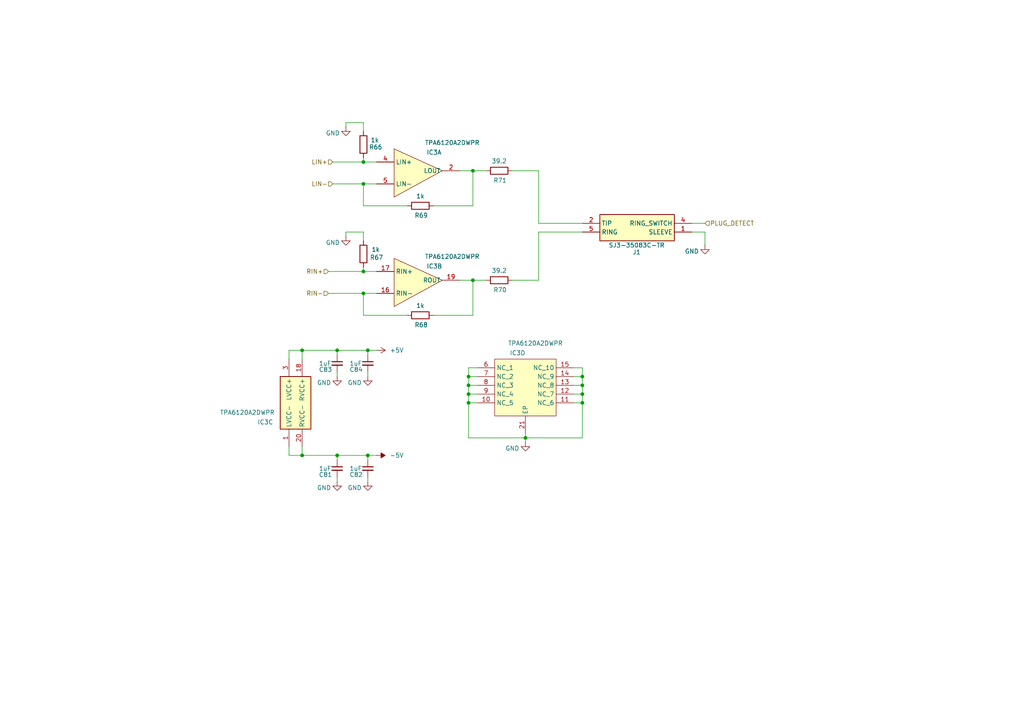
<source format=kicad_sch>
(kicad_sch (version 20250114) (generator "eeschema") (generator_version "9.0")
  (paper "A4")
  (lib_symbols
    (symbol "Device:C_Small" (pin_numbers (hide yes)) (pin_names (offset 0.254) (hide yes))
      (property "Reference" "C" (at 0.254 1.778 0))
      (property "Value" "C_Small" (at 0.254 -2.032 0))
      (symbol "C_Small_0_1"
        (polyline (pts (xy -1.524 0.508) (xy 1.524 0.508)) (stroke (width 0.3048)))
        (polyline (pts (xy -1.524 -0.508) (xy 1.524 -0.508)) (stroke (width 0.3302)))
      )
      (symbol "C_Small_1_1"
        (pin passive line (at 0 2.54 270) (length 2.032) (name "~") (number "1"))
        (pin passive line (at 0 -2.54 90) (length 2.032) (name "~") (number "2"))
      )
    )
    (symbol "Device:R" (pin_numbers (hide yes)) (pin_names (offset 0))
      (property "Reference" "R" (at 2.032 0 90))
      (property "Value" "R" (at 0 0 90))
      (symbol "R_0_1"
        (rectangle (start -1.016 -2.54) (end 1.016 2.54) (stroke (width 0.254)))
      )
      (symbol "R_1_1"
        (pin passive line (at 0 3.81 270) (length 1.27) (name "~") (number "1"))
        (pin passive line (at 0 -3.81 90) (length 1.27) (name "~") (number "2"))
      )
    )
    (symbol "SJ3-35083C-TR_1"
      (property "Reference" "J1" (at 15.748 -8.382 0))
      (property "Value" "SJ3-35083C-TR" (at 15.748 -6.35 0))
      (symbol "SJ3-35083C-TR_1_1_1"
        (rectangle (start 5.08 2.54) (end 26.67 -5.08) (stroke (width 0.254)) (fill (type background)))
        (pin passive line (at 0 0 0) (length 5.08) (name "TIP") (number "2"))
        (pin passive line (at 0 -2.54 0) (length 5.08) (name "RING") (number "5"))
        (pin passive line (at 31.75 0 180) (length 5.08) (name "RING_SWITCH") (number "4"))
        (pin passive line (at 31.75 -2.54 180) (length 5.08) (name "SLEEVE") (number "1"))
      )
    )
    (symbol "TPA6120A2DWPR:TPA6120A2DWPR_1"
      (property "Reference" "IC3" (at 57.658 -33.274 0))
      (property "Value" "TPA6120A2DWPR" (at 57.15 -30.48 0))
      (symbol "TPA6120A2DWPR_1_1_1"
        (polyline (pts (xy 45.72 -7.62) (xy 45.72 -21.59) (xy 59.69 -13.97) (xy 45.72 -7.62)) (fill (type background)))
        (pin passive line (at 40.64 -11.43 0) (length 5.08) (name "LIN+") (number "4"))
        (pin passive line (at 40.64 -17.78 0) (length 5.08) (name "LIN-") (number "5"))
        (pin passive line (at 64.77 -13.97 180) (length 5.08) (name "LOUT") (number "2"))
      )
      (symbol "TPA6120A2DWPR_1_2_1"
        (polyline (pts (xy 41.91 -17.78) (xy 41.91 -31.75) (xy 55.88 -24.13) (xy 41.91 -17.78)) (fill (type background)))
        (pin passive line (at 36.83 -21.59 0) (length 5.08) (name "RIN+") (number "17"))
        (pin passive line (at 36.83 -27.94 0) (length 5.08) (name "RIN-") (number "16"))
        (pin passive line (at 60.96 -24.13 180) (length 5.08) (name "ROUT") (number "19"))
      )
      (symbol "TPA6120A2DWPR_1_3_1"
        (rectangle (start 38.1 -13.97) (end 46.99 -29.21) (stroke (width 0.254)) (fill (type background)))
        (pin passive line (at 40.64 -8.89 270) (length 5.08) (name "LVCC+") (number "3"))
        (pin passive line (at 40.64 -34.29 90) (length 5.08) (name "LVCC-") (number "1"))
        (pin passive line (at 44.45 -8.89 270) (length 5.08) (name "RVCC+") (number "18"))
        (pin passive line (at 44.45 -34.29 90) (length 5.08) (name "RVCC-") (number "20"))
      )
      (symbol "TPA6120A2DWPR_1_4_1"
        (rectangle (start 38.1 -15.24) (end 55.88 -31.75) (fill (type background)))
        (pin passive line (at 33.02 -17.78 0) (length 5.08) (name "NC_1") (number "6"))
        (pin passive line (at 33.02 -20.32 0) (length 5.08) (name "NC_2") (number "7"))
        (pin passive line (at 33.02 -22.86 0) (length 5.08) (name "NC_3") (number "8"))
        (pin passive line (at 33.02 -25.4 0) (length 5.08) (name "NC_4") (number "9"))
        (pin passive line (at 33.02 -27.94 0) (length 5.08) (name "NC_5") (number "10"))
        (pin passive line (at 46.99 -36.83 90) (length 5.08) (name "EP") (number "21"))
        (pin passive line (at 60.96 -17.78 180) (length 5.08) (name "NC_10") (number "15"))
        (pin passive line (at 60.96 -20.32 180) (length 5.08) (name "NC_9") (number "14"))
        (pin passive line (at 60.96 -22.86 180) (length 5.08) (name "NC_8") (number "13"))
        (pin passive line (at 60.96 -25.4 180) (length 5.08) (name "NC_7") (number "12"))
        (pin passive line (at 60.96 -27.94 180) (length 5.08) (name "NC_6") (number "11"))
      )
    )
    (symbol "TPA6120A2DWPR_1_1"
      (property "Reference" "IC3" (at 57.658 -33.274 0))
      (property "Value" "TPA6120A2DWPR" (at 57.15 -30.48 0))
      (symbol "TPA6120A2DWPR_1_1_1_1"
        (polyline (pts (xy 45.72 -7.62) (xy 45.72 -21.59) (xy 59.69 -13.97) (xy 45.72 -7.62)) (fill (type background)))
        (pin passive line (at 40.64 -11.43 0) (length 5.08) (name "LIN+") (number "4"))
        (pin passive line (at 40.64 -17.78 0) (length 5.08) (name "LIN-") (number "5"))
        (pin passive line (at 64.77 -13.97 180) (length 5.08) (name "LOUT") (number "2"))
      )
      (symbol "TPA6120A2DWPR_1_1_2_1"
        (polyline (pts (xy 41.91 -17.78) (xy 41.91 -31.75) (xy 55.88 -24.13) (xy 41.91 -17.78)) (fill (type background)))
        (pin passive line (at 36.83 -21.59 0) (length 5.08) (name "RIN+") (number "17"))
        (pin passive line (at 36.83 -27.94 0) (length 5.08) (name "RIN-") (number "16"))
        (pin passive line (at 60.96 -24.13 180) (length 5.08) (name "ROUT") (number "19"))
      )
      (symbol "TPA6120A2DWPR_1_1_3_1"
        (rectangle (start 38.1 -13.97) (end 46.99 -29.21) (stroke (width 0.254)) (fill (type background)))
        (pin passive line (at 40.64 -8.89 270) (length 5.08) (name "LVCC+") (number "3"))
        (pin passive line (at 40.64 -34.29 90) (length 5.08) (name "LVCC-") (number "1"))
        (pin passive line (at 44.45 -8.89 270) (length 5.08) (name "RVCC+") (number "18"))
        (pin passive line (at 44.45 -34.29 90) (length 5.08) (name "RVCC-") (number "20"))
      )
      (symbol "TPA6120A2DWPR_1_1_4_1"
        (rectangle (start 38.1 -15.24) (end 55.88 -31.75) (fill (type background)))
        (pin passive line (at 33.02 -17.78 0) (length 5.08) (name "NC_1") (number "6"))
        (pin passive line (at 33.02 -20.32 0) (length 5.08) (name "NC_2") (number "7"))
        (pin passive line (at 33.02 -22.86 0) (length 5.08) (name "NC_3") (number "8"))
        (pin passive line (at 33.02 -25.4 0) (length 5.08) (name "NC_4") (number "9"))
        (pin passive line (at 33.02 -27.94 0) (length 5.08) (name "NC_5") (number "10"))
        (pin passive line (at 46.99 -36.83 90) (length 5.08) (name "EP") (number "21"))
        (pin passive line (at 60.96 -17.78 180) (length 5.08) (name "NC_10") (number "15"))
        (pin passive line (at 60.96 -20.32 180) (length 5.08) (name "NC_9") (number "14"))
        (pin passive line (at 60.96 -22.86 180) (length 5.08) (name "NC_8") (number "13"))
        (pin passive line (at 60.96 -25.4 180) (length 5.08) (name "NC_7") (number "12"))
        (pin passive line (at 60.96 -27.94 180) (length 5.08) (name "NC_6") (number "11"))
      )
    )
    (symbol "TPA6120A2DWPR_1_2"
      (property "Reference" "IC3" (at 57.658 -33.274 0))
      (property "Value" "TPA6120A2DWPR" (at 57.15 -30.48 0))
      (symbol "TPA6120A2DWPR_1_2_1_1"
        (polyline (pts (xy 45.72 -7.62) (xy 45.72 -21.59) (xy 59.69 -13.97) (xy 45.72 -7.62)) (fill (type background)))
        (pin passive line (at 40.64 -11.43 0) (length 5.08) (name "LIN+") (number "4"))
        (pin passive line (at 40.64 -17.78 0) (length 5.08) (name "LIN-") (number "5"))
        (pin passive line (at 64.77 -13.97 180) (length 5.08) (name "LOUT") (number "2"))
      )
      (symbol "TPA6120A2DWPR_1_2_2_1"
        (polyline (pts (xy 41.91 -17.78) (xy 41.91 -31.75) (xy 55.88 -24.13) (xy 41.91 -17.78)) (fill (type background)))
        (pin passive line (at 36.83 -21.59 0) (length 5.08) (name "RIN+") (number "17"))
        (pin passive line (at 36.83 -27.94 0) (length 5.08) (name "RIN-") (number "16"))
        (pin passive line (at 60.96 -24.13 180) (length 5.08) (name "ROUT") (number "19"))
      )
      (symbol "TPA6120A2DWPR_1_2_3_1"
        (rectangle (start 38.1 -13.97) (end 46.99 -29.21) (stroke (width 0.254)) (fill (type background)))
        (pin passive line (at 40.64 -8.89 270) (length 5.08) (name "LVCC+") (number "3"))
        (pin passive line (at 40.64 -34.29 90) (length 5.08) (name "LVCC-") (number "1"))
        (pin passive line (at 44.45 -8.89 270) (length 5.08) (name "RVCC+") (number "18"))
        (pin passive line (at 44.45 -34.29 90) (length 5.08) (name "RVCC-") (number "20"))
      )
      (symbol "TPA6120A2DWPR_1_2_4_1"
        (rectangle (start 38.1 -15.24) (end 55.88 -31.75) (fill (type background)))
        (pin passive line (at 33.02 -17.78 0) (length 5.08) (name "NC_1") (number "6"))
        (pin passive line (at 33.02 -20.32 0) (length 5.08) (name "NC_2") (number "7"))
        (pin passive line (at 33.02 -22.86 0) (length 5.08) (name "NC_3") (number "8"))
        (pin passive line (at 33.02 -25.4 0) (length 5.08) (name "NC_4") (number "9"))
        (pin passive line (at 33.02 -27.94 0) (length 5.08) (name "NC_5") (number "10"))
        (pin passive line (at 46.99 -36.83 90) (length 5.08) (name "EP") (number "21"))
        (pin passive line (at 60.96 -17.78 180) (length 5.08) (name "NC_10") (number "15"))
        (pin passive line (at 60.96 -20.32 180) (length 5.08) (name "NC_9") (number "14"))
        (pin passive line (at 60.96 -22.86 180) (length 5.08) (name "NC_8") (number "13"))
        (pin passive line (at 60.96 -25.4 180) (length 5.08) (name "NC_7") (number "12"))
        (pin passive line (at 60.96 -27.94 180) (length 5.08) (name "NC_6") (number "11"))
      )
    )
    (symbol "TPA6120A2DWPR_1_3"
      (property "Reference" "IC3" (at 57.658 -33.274 0))
      (property "Value" "TPA6120A2DWPR" (at 57.15 -30.48 0))
      (symbol "TPA6120A2DWPR_1_3_1_1"
        (polyline (pts (xy 45.72 -7.62) (xy 45.72 -21.59) (xy 59.69 -13.97) (xy 45.72 -7.62)) (fill (type background)))
        (pin passive line (at 40.64 -11.43 0) (length 5.08) (name "LIN+") (number "4"))
        (pin passive line (at 40.64 -17.78 0) (length 5.08) (name "LIN-") (number "5"))
        (pin passive line (at 64.77 -13.97 180) (length 5.08) (name "LOUT") (number "2"))
      )
      (symbol "TPA6120A2DWPR_1_3_2_1"
        (polyline (pts (xy 41.91 -17.78) (xy 41.91 -31.75) (xy 55.88 -24.13) (xy 41.91 -17.78)) (fill (type background)))
        (pin passive line (at 36.83 -21.59 0) (length 5.08) (name "RIN+") (number "17"))
        (pin passive line (at 36.83 -27.94 0) (length 5.08) (name "RIN-") (number "16"))
        (pin passive line (at 60.96 -24.13 180) (length 5.08) (name "ROUT") (number "19"))
      )
      (symbol "TPA6120A2DWPR_1_3_3_1"
        (rectangle (start 38.1 -13.97) (end 46.99 -29.21) (stroke (width 0.254)) (fill (type background)))
        (pin passive line (at 40.64 -8.89 270) (length 5.08) (name "LVCC+") (number "3"))
        (pin passive line (at 40.64 -34.29 90) (length 5.08) (name "LVCC-") (number "1"))
        (pin passive line (at 44.45 -8.89 270) (length 5.08) (name "RVCC+") (number "18"))
        (pin passive line (at 44.45 -34.29 90) (length 5.08) (name "RVCC-") (number "20"))
      )
      (symbol "TPA6120A2DWPR_1_3_4_1"
        (rectangle (start 38.1 -15.24) (end 55.88 -31.75) (fill (type background)))
        (pin passive line (at 33.02 -17.78 0) (length 5.08) (name "NC_1") (number "6"))
        (pin passive line (at 33.02 -20.32 0) (length 5.08) (name "NC_2") (number "7"))
        (pin passive line (at 33.02 -22.86 0) (length 5.08) (name "NC_3") (number "8"))
        (pin passive line (at 33.02 -25.4 0) (length 5.08) (name "NC_4") (number "9"))
        (pin passive line (at 33.02 -27.94 0) (length 5.08) (name "NC_5") (number "10"))
        (pin passive line (at 46.99 -36.83 90) (length 5.08) (name "EP") (number "21"))
        (pin passive line (at 60.96 -17.78 180) (length 5.08) (name "NC_10") (number "15"))
        (pin passive line (at 60.96 -20.32 180) (length 5.08) (name "NC_9") (number "14"))
        (pin passive line (at 60.96 -22.86 180) (length 5.08) (name "NC_8") (number "13"))
        (pin passive line (at 60.96 -25.4 180) (length 5.08) (name "NC_7") (number "12"))
        (pin passive line (at 60.96 -27.94 180) (length 5.08) (name "NC_6") (number "11"))
      )
    )
    (symbol "power:+5V" (power) (pin_numbers (hide yes)) (pin_names (offset 0) (hide yes))
      (property "Value" "+5V" (at 0 3.556 0))
      (symbol "+5V_0_1"
        (polyline (pts (xy -0.762 1.27) (xy 0 2.54)))
        (polyline (pts (xy 0 2.54) (xy 0.762 1.27)))
        (polyline (pts (xy 0 0) (xy 0 2.54)))
      )
      (symbol "+5V_1_1"
        (pin power_in line (at 0 0 90) (length 0) (name "~") (number "1"))
      )
    )
    (symbol "power:-5V" (power) (pin_numbers (hide yes)) (pin_names (offset 0) (hide yes))
      (property "Value" "-5V" (at 0 3.556 0))
      (symbol "-5V_0_0"
        (pin power_in line (at 0 0 90) (length 0) (name "~") (number "1"))
      )
      (symbol "-5V_0_1"
        (polyline (pts (xy 0 0) (xy 0 1.27) (xy 0.762 1.27) (xy 0 2.54) (xy -0.762 1.27) (xy 0 1.27)) (fill (type outline)))
      )
    )
    (symbol "power:GND" (power) (pin_numbers (hide yes)) (pin_names (offset 0) (hide yes))
      (property "Value" "GND" (at 0 -3.81 0))
      (symbol "GND_0_1"
        (polyline (pts (xy 0 0) (xy 0 -1.27) (xy 1.27 -1.27) (xy 0 -2.54) (xy -1.27 -1.27) (xy 0 -1.27)))
      )
      (symbol "GND_1_1"
        (pin power_in line (at 0 0 270) (length 0) (name "~") (number "1"))
      )
    )
  )
  (junction (at 168.91 116.84))
  (junction (at 135.89 116.84))
  (junction (at 168.91 111.76))
  (junction (at 105.41 78.74))
  (junction (at 106.68 132.08))
  (junction (at 105.41 46.99))
  (junction (at 87.63 132.08))
  (junction (at 97.79 101.6))
  (junction (at 135.89 109.22))
  (junction (at 97.79 132.08))
  (junction (at 168.91 114.3))
  (junction (at 135.89 111.76))
  (junction (at 105.41 53.34))
  (junction (at 137.16 49.53))
  (junction (at 105.41 85.09))
  (junction (at 152.4 127))
  (junction (at 135.89 114.3))
  (junction (at 168.91 109.22))
  (junction (at 137.16 81.28))
  (junction (at 87.63 101.6))
  (junction (at 106.68 101.6))
  (wire (pts (xy 83.82 132.08) (xy 87.63 132.08)))
  (wire (pts (xy 133.35 49.53) (xy 137.16 49.53)))
  (wire (pts (xy 96.52 53.34) (xy 105.41 53.34)))
  (wire (pts (xy 97.79 101.6) (xy 97.79 102.87)))
  (wire (pts (xy 135.89 109.22) (xy 138.43 109.22)))
  (wire (pts (xy 135.89 111.76) (xy 135.89 114.3)))
  (wire (pts (xy 105.41 67.31) (xy 100.33 67.31)))
  (wire (pts (xy 97.79 132.08) (xy 106.68 132.08)))
  (wire (pts (xy 106.68 101.6) (xy 106.68 102.87)))
  (wire (pts (xy 166.37 106.68) (xy 168.91 106.68)))
  (wire (pts (xy 105.41 38.1) (xy 105.41 35.56)))
  (wire (pts (xy 156.21 49.53) (xy 156.21 64.77)))
  (wire (pts (xy 106.68 107.95) (xy 106.68 109.22)))
  (wire (pts (xy 105.41 91.44) (xy 105.41 85.09)))
  (wire (pts (xy 125.73 91.44) (xy 137.16 91.44)))
  (wire (pts (xy 168.91 106.68) (xy 168.91 109.22)))
  (wire (pts (xy 105.41 78.74) (xy 109.22 78.74)))
  (wire (pts (xy 97.79 132.08) (xy 97.79 133.35)))
  (wire (pts (xy 138.43 106.68) (xy 135.89 106.68)))
  (wire (pts (xy 105.41 69.85) (xy 105.41 67.31)))
  (wire (pts (xy 168.91 111.76) (xy 168.91 114.3)))
  (wire (pts (xy 156.21 81.28) (xy 156.21 67.31)))
  (wire (pts (xy 152.4 127) (xy 152.4 128.27)))
  (wire (pts (xy 87.63 101.6) (xy 83.82 101.6)))
  (wire (pts (xy 106.68 101.6) (xy 97.79 101.6)))
  (wire (pts (xy 135.89 114.3) (xy 135.89 116.84)))
  (wire (pts (xy 204.47 71.12) (xy 204.47 67.31)))
  (wire (pts (xy 135.89 116.84) (xy 135.89 127)))
  (wire (pts (xy 106.68 138.43) (xy 106.68 139.7)))
  (wire (pts (xy 105.41 77.47) (xy 105.41 78.74)))
  (wire (pts (xy 96.52 46.99) (xy 105.41 46.99)))
  (wire (pts (xy 152.4 127) (xy 152.4 125.73)))
  (wire (pts (xy 137.16 91.44) (xy 137.16 81.28)))
  (wire (pts (xy 168.91 109.22) (xy 168.91 111.76)))
  (wire (pts (xy 148.59 49.53) (xy 156.21 49.53)))
  (wire (pts (xy 100.33 35.56) (xy 100.33 36.83)))
  (wire (pts (xy 83.82 129.54) (xy 83.82 132.08)))
  (wire (pts (xy 156.21 64.77) (xy 168.91 64.77)))
  (wire (pts (xy 156.21 67.31) (xy 168.91 67.31)))
  (wire (pts (xy 106.68 132.08) (xy 106.68 133.35)))
  (wire (pts (xy 109.22 101.6) (xy 106.68 101.6)))
  (wire (pts (xy 137.16 59.69) (xy 137.16 49.53)))
  (wire (pts (xy 105.41 45.72) (xy 105.41 46.99)))
  (wire (pts (xy 168.91 127) (xy 152.4 127)))
  (wire (pts (xy 137.16 81.28) (xy 140.97 81.28)))
  (wire (pts (xy 168.91 114.3) (xy 168.91 116.84)))
  (wire (pts (xy 87.63 132.08) (xy 97.79 132.08)))
  (wire (pts (xy 148.59 81.28) (xy 156.21 81.28)))
  (wire (pts (xy 166.37 114.3) (xy 168.91 114.3)))
  (wire (pts (xy 133.35 81.28) (xy 137.16 81.28)))
  (wire (pts (xy 135.89 109.22) (xy 135.89 111.76)))
  (wire (pts (xy 118.11 59.69) (xy 105.41 59.69)))
  (wire (pts (xy 166.37 111.76) (xy 168.91 111.76)))
  (wire (pts (xy 87.63 132.08) (xy 87.63 129.54)))
  (wire (pts (xy 135.89 127) (xy 152.4 127)))
  (wire (pts (xy 97.79 101.6) (xy 87.63 101.6)))
  (wire (pts (xy 166.37 116.84) (xy 168.91 116.84)))
  (wire (pts (xy 97.79 138.43) (xy 97.79 139.7)))
  (wire (pts (xy 105.41 85.09) (xy 109.22 85.09)))
  (wire (pts (xy 118.11 91.44) (xy 105.41 91.44)))
  (wire (pts (xy 87.63 101.6) (xy 87.63 104.14)))
  (wire (pts (xy 204.47 67.31) (xy 200.66 67.31)))
  (wire (pts (xy 166.37 109.22) (xy 168.91 109.22)))
  (wire (pts (xy 95.25 78.74) (xy 105.41 78.74)))
  (wire (pts (xy 100.33 67.31) (xy 100.33 68.58)))
  (wire (pts (xy 83.82 101.6) (xy 83.82 104.14)))
  (wire (pts (xy 105.41 46.99) (xy 109.22 46.99)))
  (wire (pts (xy 135.89 106.68) (xy 135.89 109.22)))
  (wire (pts (xy 106.68 132.08) (xy 109.22 132.08)))
  (wire (pts (xy 105.41 59.69) (xy 105.41 53.34)))
  (wire (pts (xy 135.89 116.84) (xy 138.43 116.84)))
  (wire (pts (xy 135.89 114.3) (xy 138.43 114.3)))
  (wire (pts (xy 97.79 107.95) (xy 97.79 109.22)))
  (wire (pts (xy 105.41 35.56) (xy 100.33 35.56)))
  (wire (pts (xy 105.41 53.34) (xy 109.22 53.34)))
  (wire (pts (xy 200.66 64.77) (xy 204.47 64.77)))
  (wire (pts (xy 125.73 59.69) (xy 137.16 59.69)))
  (wire (pts (xy 168.91 116.84) (xy 168.91 127)))
  (wire (pts (xy 135.89 111.76) (xy 138.43 111.76)))
  (wire (pts (xy 95.25 85.09) (xy 105.41 85.09)))
  (wire (pts (xy 137.16 49.53) (xy 140.97 49.53)))
  (hierarchical_label "RIN+" (shape input) (at 95.25 78.74 180))
  (hierarchical_label "PLUG_DETECT" (shape input) (at 204.47 64.77 0))
  (hierarchical_label "LIN+" (shape input) (at 96.52 46.99 180))
  (hierarchical_label "LIN-" (shape input) (at 96.52 53.34 180))
  (hierarchical_label "RIN-" (shape input) (at 95.25 85.09 180))
  (symbol (lib_id "power:GND") (at 97.79 139.7 0) (unit 1)
    (property "Reference" "#PWR022" (effects (hide yes)))
    (property "Value" "GND" (at 93.98 141.478 0))
    (property "Description" "Power symbol creates a global label with name \"GND\" , ground" (effects (hide yes)))
  )
  (symbol (lib_id "power:GND") (at 100.33 36.83 0) (unit 1)
    (property "Reference" "#PWR018" (effects (hide yes)))
    (property "Value" "GND" (at 96.52 38.608 0))
    (property "Description" "Power symbol creates a global label with name \"GND\" , ground" (effects (hide yes)))
  )
  (symbol (lib_id "Device:C_Small") (at 97.79 105.41 0) (unit 1)
    (property "Reference" "C83" (at 92.456 107.188 0) (effects (justify left)))
    (property "Value" "1uF" (at 92.456 105.41 0) (effects (justify left)))
    (property "Description" "Unpolarized capacitor, small symbol" (effects (hide yes)))
  )
  (symbol (lib_id "TPA6120A2DWPR:TPA6120A2DWPR_1") (at 43.18 95.25 0) (unit 3)
    (property "Reference" "IC3" (at 74.676 122.428 0) (effects (justify left)))
    (property "Value" "TPA6120A2DWPR" (at 63.754 119.634 0) (effects (justify left)))
    (property "Footprint" "SOIC127P1040X275-21N" (effects (hide yes)))
    (property "Datasheet" "http://www.ti.com/lit/ds/symlink/tpa6120a2.pdf" (effects (hide yes)))
    (property "Description" "Audio Amplifiers High Fidelity Stereo Headphone Drv" (effects (hide yes)))
    (property "Height" "2.75" (effects (hide yes)))
    (property "Mouser Part Number" "595-TPA6120A2DWPR" (effects (hide yes)))
    (property "Mouser Price/Stock" "https://www.mouser.co.uk/ProductDetail/Texas-Instruments/TPA6120A2DWPR?qs=ojKcPFmCWSXiGd7G5JhN2A%3D%3D" (effects (hide yes)))
    (property "Manufacturer_Name" "Texas Instruments" (effects (hide yes)))
    (property "Manufacturer_Part_Number" "TPA6120A2DWPR" (effects (hide yes)))
  )
  (symbol (lib_id "Device:C_Small") (at 97.79 135.89 0) (unit 1)
    (property "Reference" "C81" (at 92.456 137.668 0) (effects (justify left)))
    (property "Value" "1uF" (at 92.456 135.89 0) (effects (justify left)))
    (property "Description" "Unpolarized capacitor, small symbol" (effects (hide yes)))
  )
  (symbol (lib_id "Device:R") (at 144.78 49.53 90) (unit 1)
    (property "Reference" "R71" (at 145.034 52.324 90))
    (property "Value" "39.2" (at 144.78 46.736 90))
    (property "Description" "Resistor" (effects (hide yes)))
  )
  (symbol (lib_id "power:GND") (at 97.79 109.22 0) (unit 1)
    (property "Reference" "#PWR026" (effects (hide yes)))
    (property "Value" "GND" (at 93.98 110.998 0))
    (property "Description" "Power symbol creates a global label with name \"GND\" , ground" (effects (hide yes)))
  )
  (symbol (lib_id "power:-5V") (at 109.22 132.08 270) (unit 1)
    (property "Reference" "#PWR0109" (effects (hide yes)))
    (property "Value" "-5V" (at 113.03 132.0799 90) (effects (justify left)))
    (property "Description" "Power symbol creates a global label with name \"-5V\"" (effects (hide yes)))
  )
  (symbol (lib_id "Device:R") (at 105.41 41.91 0) (unit 1)
    (property "Reference" "R66" (at 108.966 42.672 0))
    (property "Value" "1k" (at 108.712 40.64 0))
    (property "Description" "Resistor" (effects (hide yes)))
  )
  (symbol (lib_name "TPA6120A2DWPR_1_2") (lib_id "TPA6120A2DWPR:TPA6120A2DWPR_1") (at 105.41 88.9 0) (unit 4)
    (property "Reference" "IC3" (at 147.828 102.362 0) (effects (justify left)))
    (property "Value" "TPA6120A2DWPR" (at 147.32 99.568 0) (effects (justify left)))
    (property "Footprint" "SOIC127P1040X275-21N" (effects (hide yes)))
    (property "Datasheet" "http://www.ti.com/lit/ds/symlink/tpa6120a2.pdf" (effects (hide yes)))
    (property "Description" "Audio Amplifiers High Fidelity Stereo Headphone Drv" (effects (hide yes)))
    (property "Height" "2.75" (effects (hide yes)))
    (property "Mouser Part Number" "595-TPA6120A2DWPR" (effects (hide yes)))
    (property "Mouser Price/Stock" "https://www.mouser.co.uk/ProductDetail/Texas-Instruments/TPA6120A2DWPR?qs=ojKcPFmCWSXiGd7G5JhN2A%3D%3D" (effects (hide yes)))
    (property "Manufacturer_Name" "Texas Instruments" (effects (hide yes)))
    (property "Manufacturer_Part_Number" "TPA6120A2DWPR" (effects (hide yes)))
  )
  (symbol (lib_id "Device:R") (at 144.78 81.28 90) (unit 1)
    (property "Reference" "R70" (at 145.034 84.074 90))
    (property "Value" "39.2" (at 144.78 78.486 90))
    (property "Description" "Resistor" (effects (hide yes)))
  )
  (symbol (lib_name "TPA6120A2DWPR_1_1") (lib_id "TPA6120A2DWPR:TPA6120A2DWPR_1") (at 68.58 35.56 0) (unit 1)
    (property "Reference" "IC3" (at 123.698 44.196 0) (effects (justify left)))
    (property "Value" "TPA6120A2DWPR" (at 123.19 41.402 0) (effects (justify left)))
    (property "Footprint" "SOIC127P1040X275-21N" (effects (hide yes)))
    (property "Datasheet" "http://www.ti.com/lit/ds/symlink/tpa6120a2.pdf" (effects (hide yes)))
    (property "Description" "Audio Amplifiers High Fidelity Stereo Headphone Drv" (effects (hide yes)))
    (property "Height" "2.75" (effects (hide yes)))
    (property "Mouser Part Number" "595-TPA6120A2DWPR" (effects (hide yes)))
    (property "Mouser Price/Stock" "https://www.mouser.co.uk/ProductDetail/Texas-Instruments/TPA6120A2DWPR?qs=ojKcPFmCWSXiGd7G5JhN2A%3D%3D" (effects (hide yes)))
    (property "Manufacturer_Name" "Texas Instruments" (effects (hide yes)))
    (property "Manufacturer_Part_Number" "TPA6120A2DWPR" (effects (hide yes)))
  )
  (symbol (lib_id "power:GND") (at 106.68 109.22 0) (unit 1)
    (property "Reference" "#PWR027" (effects (hide yes)))
    (property "Value" "GND" (at 102.87 110.998 0))
    (property "Description" "Power symbol creates a global label with name \"GND\" , ground" (effects (hide yes)))
  )
  (symbol (lib_id "power:GND") (at 152.4 128.27 0) (unit 1)
    (property "Reference" "#PWR021" (effects (hide yes)))
    (property "Value" "GND" (at 148.59 130.048 0))
    (property "Description" "Power symbol creates a global label with name \"GND\" , ground" (effects (hide yes)))
  )
  (symbol (lib_id "Device:C_Small") (at 106.68 135.89 0) (unit 1)
    (property "Reference" "C82" (at 101.346 137.668 0) (effects (justify left)))
    (property "Value" "1uF" (at 101.346 135.89 0) (effects (justify left)))
    (property "Description" "Unpolarized capacitor, small symbol" (effects (hide yes)))
  )
  (symbol (lib_name "TPA6120A2DWPR_1_3") (lib_id "TPA6120A2DWPR:TPA6120A2DWPR_1") (at 72.39 57.15 0) (unit 2)
    (property "Reference" "IC3" (at 123.698 77.216 0) (effects (justify left)))
    (property "Value" "TPA6120A2DWPR" (at 123.19 74.422 0) (effects (justify left)))
    (property "Footprint" "SOIC127P1040X275-21N" (effects (hide yes)))
    (property "Datasheet" "http://www.ti.com/lit/ds/symlink/tpa6120a2.pdf" (effects (hide yes)))
    (property "Description" "Audio Amplifiers High Fidelity Stereo Headphone Drv" (effects (hide yes)))
    (property "Height" "2.75" (effects (hide yes)))
    (property "Mouser Part Number" "595-TPA6120A2DWPR" (effects (hide yes)))
    (property "Mouser Price/Stock" "https://www.mouser.co.uk/ProductDetail/Texas-Instruments/TPA6120A2DWPR?qs=ojKcPFmCWSXiGd7G5JhN2A%3D%3D" (effects (hide yes)))
    (property "Manufacturer_Name" "Texas Instruments" (effects (hide yes)))
    (property "Manufacturer_Part_Number" "TPA6120A2DWPR" (effects (hide yes)))
  )
  (symbol (lib_id "power:GND") (at 106.68 139.7 0) (unit 1)
    (property "Reference" "#PWR025" (effects (hide yes)))
    (property "Value" "GND" (at 102.87 141.478 0))
    (property "Description" "Power symbol creates a global label with name \"GND\" , ground" (effects (hide yes)))
  )
  (symbol (lib_id "Device:R") (at 121.92 91.44 90) (unit 1)
    (property "Reference" "R68" (at 122.174 94.234 90))
    (property "Value" "1k" (at 121.92 88.646 90))
    (property "Description" "Resistor" (effects (hide yes)))
  )
  (symbol (lib_name "SJ3-35083C-TR_1") (lib_id "SJ3-35083C-TR:SJ3-35083C-TR") (at 168.91 64.77 0) (unit 1)
    (property "Reference" "J1" (at 184.658 73.152 0))
    (property "Value" "SJ3-35083C-TR" (at 184.658 71.12 0))
    (property "Footprint" "SJ335083CTR" (effects (hide yes)))
    (property "Datasheet" "https://www.sameskydevices.com/product/resource/supplyframepdf/sj3-3508x.pdf" (effects (hide yes)))
    (property "Description" "3.5 mm Stereo Jack, Through Hole, 3 Conductors, 1 Internal Switches,  Tape & Reel Packaging" (effects (hide yes)))
    (property "Height" "5.3" (effects (hide yes)))
    (property "Mouser Part Number" "179-SJ3-35083C-TR" (effects (hide yes)))
    (property "Mouser Price/Stock" "https://www.mouser.co.uk/ProductDetail/Same-Sky/SJ3-35083C-TR?qs=IKkN%2F947nfCaz2iKZVUfKQ%3D%3D" (effects (hide yes)))
    (property "Manufacturer_Name" "Same Sky" (effects (hide yes)))
    (property "Manufacturer_Part_Number" "SJ3-35083C-TR" (effects (hide yes)))
  )
  (symbol (lib_id "Device:R") (at 121.92 59.69 90) (unit 1)
    (property "Reference" "R69" (at 122.174 62.484 90))
    (property "Value" "1k" (at 121.92 56.896 90))
    (property "Description" "Resistor" (effects (hide yes)))
  )
  (symbol (lib_id "Device:C_Small") (at 106.68 105.41 0) (unit 1)
    (property "Reference" "C84" (at 101.346 107.188 0) (effects (justify left)))
    (property "Value" "1uF" (at 101.346 105.41 0) (effects (justify left)))
    (property "Description" "Unpolarized capacitor, small symbol" (effects (hide yes)))
  )
  (symbol (lib_id "power:+5V") (at 109.22 101.6 270) (unit 1)
    (property "Reference" "#PWR0135" (effects (hide yes)))
    (property "Value" "+5V" (at 113.03 101.5999 90) (effects (justify left)))
    (property "Description" "Power symbol creates a global label with name \"+5V\"" (effects (hide yes)))
  )
  (symbol (lib_id "Device:R") (at 105.41 73.66 0) (unit 1)
    (property "Reference" "R67" (at 109.22 74.676 0))
    (property "Value" "1k" (at 108.966 72.39 0))
    (property "Description" "Resistor" (effects (hide yes)))
  )
  (symbol (lib_id "power:GND") (at 204.47 71.12 0) (unit 1)
    (property "Reference" "#PWR030" (effects (hide yes)))
    (property "Value" "GND" (at 200.66 72.898 0))
    (property "Description" "Power symbol creates a global label with name \"GND\" , ground" (effects (hide yes)))
  )
  (symbol (lib_id "power:GND") (at 100.33 68.58 0) (unit 1)
    (property "Reference" "#PWR020" (effects (hide yes)))
    (property "Value" "GND" (at 96.52 70.358 0))
    (property "Description" "Power symbol creates a global label with name \"GND\" , ground" (effects (hide yes)))
  )
)
</source>
